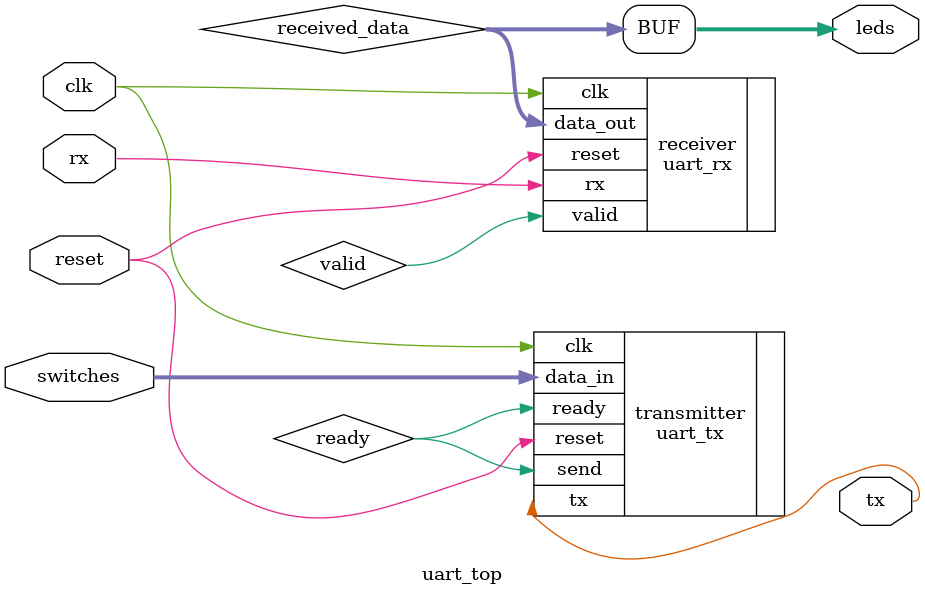
<source format=v>
module uart_top (
    input wire clk,          // 50 MHz clock
    input wire reset,        // Reset signal
    input wire [7:0] switches, // Data to send
    input wire rx,           // Serial input (from other board)
    output wire tx,          // Serial output (to other board)
    output wire [7:0] leds   // Display received data
);
    wire ready, valid;
    wire [7:0] received_data;

    uart_tx transmitter (
        .clk(clk),
        .reset(reset),
        .send(ready),         // Automatically send
        .data_in(switches),   // Transmit switches value
        .tx(tx),
        .ready(ready)
    );

    uart_rx receiver (
        .clk(clk),
        .reset(reset),
        .rx(rx),
        .data_out(received_data),
        .valid(valid)
    );

    assign leds = received_data; // Display received data on LEDs
endmodule

</source>
